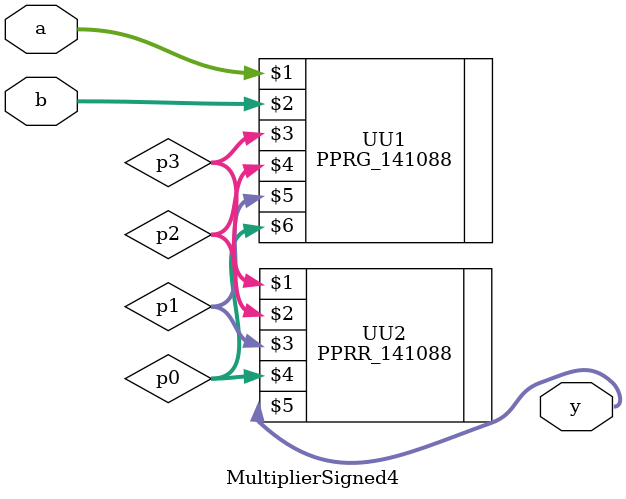
<source format=v>
`timescale 1ns / 1ps
module MultiplierSigned4(a,b,y);
input [3:0] a,b;
output [3:0] y;

wire [3:0] p0,p1,p2,p3;

PPRG_141088 UU1(a,b,p3,p2,p1,p0);
PPRR_141088 UU2(p3,p2,p1,p0,y);

endmodule

</source>
